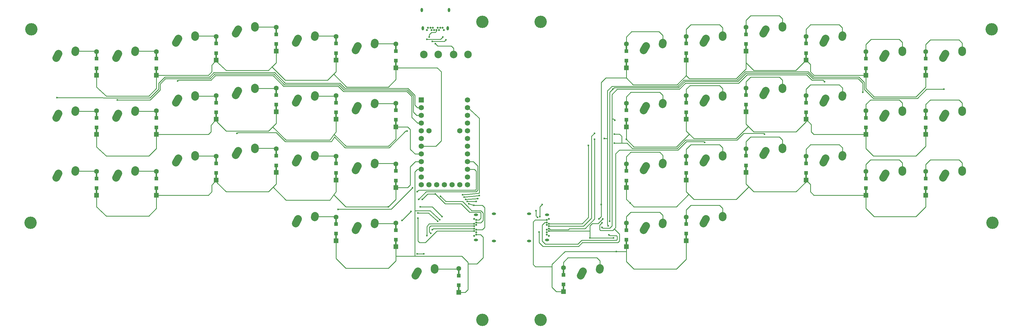
<source format=gbr>
G04 #@! TF.FileFunction,Copper,L2,Bot,Signal*
%FSLAX46Y46*%
G04 Gerber Fmt 4.6, Leading zero omitted, Abs format (unit mm)*
G04 Created by KiCad (PCBNEW 4.0.7) date Tue Mar  6 17:21:56 2018*
%MOMM*%
%LPD*%
G01*
G04 APERTURE LIST*
%ADD10C,0.100000*%
%ADD11C,2.500000*%
%ADD12R,1.200000X1.200000*%
%ADD13R,1.600000X1.600000*%
%ADD14C,1.600000*%
%ADD15R,0.500000X2.500000*%
%ADD16O,0.800000X1.400000*%
%ADD17C,0.650000*%
%ADD18O,1.400000X0.800000*%
%ADD19R,1.752600X1.752600*%
%ADD20C,1.752600*%
%ADD21C,4.064000*%
%ADD22C,2.500000*%
%ADD23C,0.600000*%
%ADD24C,0.250000*%
G04 APERTURE END LIST*
D10*
D11*
X183750453Y-155000046D02*
X182939547Y-156459954D01*
X189289724Y-153920672D02*
X189250276Y-154499328D01*
X65250453Y-122750046D02*
X64439547Y-124209954D01*
X70789724Y-121670672D02*
X70750276Y-122249328D01*
D12*
X77750000Y-84925000D03*
X77750000Y-88075000D03*
D13*
X77750000Y-90400000D03*
D14*
X77750000Y-82600000D03*
D15*
X77750000Y-89200000D03*
X77750000Y-83800000D03*
D12*
X97500000Y-84925000D03*
X97500000Y-88075000D03*
D13*
X97500000Y-90400000D03*
D14*
X97500000Y-82600000D03*
D15*
X97500000Y-89200000D03*
X97500000Y-83800000D03*
D12*
X117250000Y-79925000D03*
X117250000Y-83075000D03*
D13*
X117250000Y-85400000D03*
D14*
X117250000Y-77600000D03*
D15*
X117250000Y-84200000D03*
X117250000Y-78800000D03*
D12*
X137000000Y-76925000D03*
X137000000Y-80075000D03*
D13*
X137000000Y-82400000D03*
D14*
X137000000Y-74600000D03*
D15*
X137000000Y-81200000D03*
X137000000Y-75800000D03*
D12*
X156750000Y-79925000D03*
X156750000Y-83075000D03*
D13*
X156750000Y-85400000D03*
D14*
X156750000Y-77600000D03*
D15*
X156750000Y-84200000D03*
X156750000Y-78800000D03*
D12*
X176500000Y-82425000D03*
X176500000Y-85575000D03*
D13*
X176500000Y-87900000D03*
D14*
X176500000Y-80100000D03*
D15*
X176500000Y-86700000D03*
X176500000Y-81300000D03*
D12*
X77750000Y-104425000D03*
X77750000Y-107575000D03*
D13*
X77750000Y-109900000D03*
D14*
X77750000Y-102100000D03*
D15*
X77750000Y-108700000D03*
X77750000Y-103300000D03*
D12*
X97500000Y-104425000D03*
X97500000Y-107575000D03*
D13*
X97500000Y-109900000D03*
D14*
X97500000Y-102100000D03*
D15*
X97500000Y-108700000D03*
X97500000Y-103300000D03*
D12*
X117250000Y-99425000D03*
X117250000Y-102575000D03*
D13*
X117250000Y-104900000D03*
D14*
X117250000Y-97100000D03*
D15*
X117250000Y-103700000D03*
X117250000Y-98300000D03*
D12*
X137000000Y-96925000D03*
X137000000Y-100075000D03*
D13*
X137000000Y-102400000D03*
D14*
X137000000Y-94600000D03*
D15*
X137000000Y-101200000D03*
X137000000Y-95800000D03*
D12*
X156750000Y-99425000D03*
X156750000Y-102575000D03*
D13*
X156750000Y-104900000D03*
D14*
X156750000Y-97100000D03*
D15*
X156750000Y-103700000D03*
X156750000Y-98300000D03*
D12*
X176500000Y-101925000D03*
X176500000Y-105075000D03*
D13*
X176500000Y-107400000D03*
D14*
X176500000Y-99600000D03*
D15*
X176500000Y-106200000D03*
X176500000Y-100800000D03*
D12*
X77750000Y-124425000D03*
X77750000Y-127575000D03*
D13*
X77750000Y-129900000D03*
D14*
X77750000Y-122100000D03*
D15*
X77750000Y-128700000D03*
X77750000Y-123300000D03*
D12*
X97500000Y-124425000D03*
X97500000Y-127575000D03*
D13*
X97500000Y-129900000D03*
D14*
X97500000Y-122100000D03*
D15*
X97500000Y-128700000D03*
X97500000Y-123300000D03*
D12*
X117250000Y-119425000D03*
X117250000Y-122575000D03*
D13*
X117250000Y-124900000D03*
D14*
X117250000Y-117100000D03*
D15*
X117250000Y-123700000D03*
X117250000Y-118300000D03*
D12*
X137000000Y-116925000D03*
X137000000Y-120075000D03*
D13*
X137000000Y-122400000D03*
D14*
X137000000Y-114600000D03*
D15*
X137000000Y-121200000D03*
X137000000Y-115800000D03*
D12*
X156750000Y-119425000D03*
X156750000Y-122575000D03*
D13*
X156750000Y-124900000D03*
D14*
X156750000Y-117100000D03*
D15*
X156750000Y-123700000D03*
X156750000Y-118300000D03*
D12*
X176500000Y-121925000D03*
X176500000Y-125075000D03*
D13*
X176500000Y-127400000D03*
D14*
X176500000Y-119600000D03*
D15*
X176500000Y-126200000D03*
X176500000Y-120800000D03*
D12*
X156750000Y-139425000D03*
X156750000Y-142575000D03*
D13*
X156750000Y-144900000D03*
D14*
X156750000Y-137100000D03*
D15*
X156750000Y-143700000D03*
X156750000Y-138300000D03*
D12*
X176500000Y-141425000D03*
X176500000Y-144575000D03*
D13*
X176500000Y-146900000D03*
D14*
X176500000Y-139100000D03*
D15*
X176500000Y-145700000D03*
X176500000Y-140300000D03*
D12*
X197250000Y-156425000D03*
X197250000Y-159575000D03*
D13*
X197250000Y-161900000D03*
D14*
X197250000Y-154100000D03*
D15*
X197250000Y-160700000D03*
X197250000Y-155300000D03*
D16*
X193630000Y-74860000D03*
X185370000Y-74860000D03*
X185010000Y-68910000D03*
X193990000Y-68910000D03*
D17*
X186700000Y-75460000D03*
X188300000Y-75460000D03*
X189100000Y-75460000D03*
X189900000Y-75460000D03*
X190700000Y-75460000D03*
X192300000Y-75460000D03*
X187100000Y-74760000D03*
X187900000Y-74760000D03*
X188700000Y-74760000D03*
X190300000Y-74760000D03*
X191100000Y-74760000D03*
X191900000Y-74760000D03*
D18*
X202890000Y-144630000D03*
X202890000Y-136370000D03*
X208840000Y-136010000D03*
X208840000Y-144990000D03*
D17*
X202290000Y-137700000D03*
X202290000Y-139300000D03*
X202290000Y-140100000D03*
X202290000Y-140900000D03*
X202290000Y-141700000D03*
X202290000Y-143300000D03*
X202990000Y-138100000D03*
X202990000Y-138900000D03*
X202990000Y-139700000D03*
X202990000Y-141300000D03*
X202990000Y-142100000D03*
X202990000Y-142900000D03*
D11*
X65250453Y-83250046D02*
X64439547Y-84709954D01*
X70789724Y-82170672D02*
X70750276Y-82749328D01*
X85000453Y-83250046D02*
X84189547Y-84709954D01*
X90539724Y-82170672D02*
X90500276Y-82749328D01*
X104750453Y-78250046D02*
X103939547Y-79709954D01*
X110289724Y-77170672D02*
X110250276Y-77749328D01*
X124500453Y-75250046D02*
X123689547Y-76709954D01*
X130039724Y-74170672D02*
X130000276Y-74749328D01*
X144250453Y-78250046D02*
X143439547Y-79709954D01*
X149789724Y-77170672D02*
X149750276Y-77749328D01*
X164000453Y-80750046D02*
X163189547Y-82209954D01*
X169539724Y-79670672D02*
X169500276Y-80249328D01*
X65250453Y-103000046D02*
X64439547Y-104459954D01*
X70789724Y-101920672D02*
X70750276Y-102499328D01*
X85000453Y-103000046D02*
X84189547Y-104459954D01*
X90539724Y-101920672D02*
X90500276Y-102499328D01*
X104750453Y-98000046D02*
X103939547Y-99459954D01*
X110289724Y-96920672D02*
X110250276Y-97499328D01*
X124500453Y-95500046D02*
X123689547Y-96959954D01*
X130039724Y-94420672D02*
X130000276Y-94999328D01*
X144250453Y-98000046D02*
X143439547Y-99459954D01*
X149789724Y-96920672D02*
X149750276Y-97499328D01*
X164000453Y-100500046D02*
X163189547Y-101959954D01*
X169539724Y-99420672D02*
X169500276Y-99999328D01*
X85000453Y-122750046D02*
X84189547Y-124209954D01*
X90539724Y-121670672D02*
X90500276Y-122249328D01*
X104750453Y-117750046D02*
X103939547Y-119209954D01*
X110289724Y-116670672D02*
X110250276Y-117249328D01*
X124500453Y-115250046D02*
X123689547Y-116709954D01*
X130039724Y-114170672D02*
X130000276Y-114749328D01*
X144250453Y-117750046D02*
X143439547Y-119209954D01*
X149789724Y-116670672D02*
X149750276Y-117249328D01*
X164000453Y-120250046D02*
X163189547Y-121709954D01*
X169539724Y-119170672D02*
X169500276Y-119749328D01*
X144250453Y-137750046D02*
X143439547Y-139209954D01*
X149789724Y-136670672D02*
X149750276Y-137249328D01*
X164000453Y-140000046D02*
X163189547Y-141459954D01*
X169539724Y-138920672D02*
X169500276Y-139499328D01*
D19*
X184880000Y-98530000D03*
D20*
X184880000Y-101070000D03*
X184880000Y-103610000D03*
X184880000Y-106150000D03*
X184880000Y-108690000D03*
X184880000Y-111230000D03*
X184880000Y-113770000D03*
X184880000Y-116310000D03*
X184880000Y-118850000D03*
X184880000Y-121390000D03*
X184880000Y-123930000D03*
X184880000Y-126470000D03*
X187420000Y-126470000D03*
X189960000Y-126470000D03*
X192500000Y-126470000D03*
X195040000Y-126470000D03*
X197580000Y-126470000D03*
X200120000Y-126470000D03*
X200120000Y-123930000D03*
X200120000Y-121390000D03*
X200120000Y-118850000D03*
X200120000Y-116310000D03*
X200120000Y-113770000D03*
X200120000Y-111230000D03*
X200120000Y-108690000D03*
X200120000Y-106150000D03*
X200120000Y-103610000D03*
X200120000Y-101070000D03*
X200120000Y-98530000D03*
X197580000Y-108690000D03*
X187420000Y-108690000D03*
D12*
X252500000Y-82425000D03*
X252500000Y-85575000D03*
D13*
X252500000Y-87900000D03*
D14*
X252500000Y-80100000D03*
D15*
X252500000Y-86700000D03*
X252500000Y-81300000D03*
D12*
X272250000Y-79925000D03*
X272250000Y-83075000D03*
D13*
X272250000Y-85400000D03*
D14*
X272250000Y-77600000D03*
D15*
X272250000Y-84200000D03*
X272250000Y-78800000D03*
D12*
X292000000Y-76925000D03*
X292000000Y-80075000D03*
D13*
X292000000Y-82400000D03*
D14*
X292000000Y-74600000D03*
D15*
X292000000Y-81200000D03*
X292000000Y-75800000D03*
D12*
X311750000Y-79925000D03*
X311750000Y-83075000D03*
D13*
X311750000Y-85400000D03*
D14*
X311750000Y-77600000D03*
D15*
X311750000Y-84200000D03*
X311750000Y-78800000D03*
D12*
X331500000Y-84925000D03*
X331500000Y-88075000D03*
D13*
X331500000Y-90400000D03*
D14*
X331500000Y-82600000D03*
D15*
X331500000Y-89200000D03*
X331500000Y-83800000D03*
D12*
X351250000Y-84925000D03*
X351250000Y-88075000D03*
D13*
X351250000Y-90400000D03*
D14*
X351250000Y-82600000D03*
D15*
X351250000Y-89200000D03*
X351250000Y-83800000D03*
D12*
X252500000Y-101925000D03*
X252500000Y-105075000D03*
D13*
X252500000Y-107400000D03*
D14*
X252500000Y-99600000D03*
D15*
X252500000Y-106200000D03*
X252500000Y-100800000D03*
D12*
X272250000Y-99425000D03*
X272250000Y-102575000D03*
D13*
X272250000Y-104900000D03*
D14*
X272250000Y-97100000D03*
D15*
X272250000Y-103700000D03*
X272250000Y-98300000D03*
D12*
X292000000Y-96925000D03*
X292000000Y-100075000D03*
D13*
X292000000Y-102400000D03*
D14*
X292000000Y-94600000D03*
D15*
X292000000Y-101200000D03*
X292000000Y-95800000D03*
D12*
X311750000Y-99425000D03*
X311750000Y-102575000D03*
D13*
X311750000Y-104900000D03*
D14*
X311750000Y-97100000D03*
D15*
X311750000Y-103700000D03*
X311750000Y-98300000D03*
D12*
X331500000Y-104425000D03*
X331500000Y-107575000D03*
D13*
X331500000Y-109900000D03*
D14*
X331500000Y-102100000D03*
D15*
X331500000Y-108700000D03*
X331500000Y-103300000D03*
D12*
X351250000Y-104425000D03*
X351250000Y-107575000D03*
D13*
X351250000Y-109900000D03*
D14*
X351250000Y-102100000D03*
D15*
X351250000Y-108700000D03*
X351250000Y-103300000D03*
D12*
X252500000Y-121925000D03*
X252500000Y-125075000D03*
D13*
X252500000Y-127400000D03*
D14*
X252500000Y-119600000D03*
D15*
X252500000Y-126200000D03*
X252500000Y-120800000D03*
D12*
X272250000Y-119425000D03*
X272250000Y-122575000D03*
D13*
X272250000Y-124900000D03*
D14*
X272250000Y-117100000D03*
D15*
X272250000Y-123700000D03*
X272250000Y-118300000D03*
D12*
X292000000Y-116925000D03*
X292000000Y-120075000D03*
D13*
X292000000Y-122400000D03*
D14*
X292000000Y-114600000D03*
D15*
X292000000Y-121200000D03*
X292000000Y-115800000D03*
D12*
X311750000Y-119425000D03*
X311750000Y-122575000D03*
D13*
X311750000Y-124900000D03*
D14*
X311750000Y-117100000D03*
D15*
X311750000Y-123700000D03*
X311750000Y-118300000D03*
D12*
X331500000Y-124425000D03*
X331500000Y-127575000D03*
D13*
X331500000Y-129900000D03*
D14*
X331500000Y-122100000D03*
D15*
X331500000Y-128700000D03*
X331500000Y-123300000D03*
D12*
X351250000Y-124425000D03*
X351250000Y-127575000D03*
D13*
X351250000Y-129900000D03*
D14*
X351250000Y-122100000D03*
D15*
X351250000Y-128700000D03*
X351250000Y-123300000D03*
D12*
X252500000Y-141425000D03*
X252500000Y-144575000D03*
D13*
X252500000Y-146900000D03*
D14*
X252500000Y-139100000D03*
D15*
X252500000Y-145700000D03*
X252500000Y-140300000D03*
D12*
X272250000Y-139425000D03*
X272250000Y-142575000D03*
D13*
X272250000Y-144900000D03*
D14*
X272250000Y-137100000D03*
D15*
X272250000Y-143700000D03*
X272250000Y-138300000D03*
D12*
X231750000Y-156175000D03*
X231750000Y-159325000D03*
D13*
X231750000Y-161650000D03*
D14*
X231750000Y-153850000D03*
D15*
X231750000Y-160450000D03*
X231750000Y-155050000D03*
D18*
X226360000Y-136370000D03*
X226360000Y-144630000D03*
X220410000Y-144990000D03*
X220410000Y-136010000D03*
D17*
X226960000Y-143300000D03*
X226960000Y-141700000D03*
X226960000Y-140900000D03*
X226960000Y-140100000D03*
X226960000Y-139300000D03*
X226960000Y-137700000D03*
X226260000Y-142900000D03*
X226260000Y-142100000D03*
X226260000Y-141300000D03*
X226260000Y-139700000D03*
X226260000Y-138900000D03*
X226260000Y-138100000D03*
D11*
X259000453Y-80750046D02*
X258189547Y-82209954D01*
X264539724Y-79670672D02*
X264500276Y-80249328D01*
X278750453Y-78250046D02*
X277939547Y-79709954D01*
X284289724Y-77170672D02*
X284250276Y-77749328D01*
X298500453Y-75250046D02*
X297689547Y-76709954D01*
X304039724Y-74170672D02*
X304000276Y-74749328D01*
X318250453Y-78250046D02*
X317439547Y-79709954D01*
X323789724Y-77170672D02*
X323750276Y-77749328D01*
X338000453Y-83250046D02*
X337189547Y-84709954D01*
X343539724Y-82170672D02*
X343500276Y-82749328D01*
X357750453Y-83250046D02*
X356939547Y-84709954D01*
X363289724Y-82170672D02*
X363250276Y-82749328D01*
X259000453Y-100500046D02*
X258189547Y-101959954D01*
X264539724Y-99420672D02*
X264500276Y-99999328D01*
X278750453Y-98000046D02*
X277939547Y-99459954D01*
X284289724Y-96920672D02*
X284250276Y-97499328D01*
X298500453Y-95500046D02*
X297689547Y-96959954D01*
X304039724Y-94420672D02*
X304000276Y-94999328D01*
X318250453Y-98000046D02*
X317439547Y-99459954D01*
X323789724Y-96920672D02*
X323750276Y-97499328D01*
X338000453Y-103000046D02*
X337189547Y-104459954D01*
X343539724Y-101920672D02*
X343500276Y-102499328D01*
X357750453Y-103000046D02*
X356939547Y-104459954D01*
X363289724Y-101920672D02*
X363250276Y-102499328D01*
X259000453Y-120250046D02*
X258189547Y-121709954D01*
X264539724Y-119170672D02*
X264500276Y-119749328D01*
X278750453Y-117750046D02*
X277939547Y-119209954D01*
X284289724Y-116670672D02*
X284250276Y-117249328D01*
X298500453Y-115250046D02*
X297689547Y-116709954D01*
X304039724Y-114170672D02*
X304000276Y-114749328D01*
X318250453Y-117750046D02*
X317439547Y-119209954D01*
X323789724Y-116670672D02*
X323750276Y-117249328D01*
X338000453Y-122750046D02*
X337189547Y-124209954D01*
X343539724Y-121670672D02*
X343500276Y-122249328D01*
X357750453Y-122750046D02*
X356939547Y-124209954D01*
X363289724Y-121670672D02*
X363250276Y-122249328D01*
X259000453Y-140000046D02*
X258189547Y-141459954D01*
X264539724Y-138920672D02*
X264500276Y-139499328D01*
X278750453Y-137750046D02*
X277939547Y-139209954D01*
X284289724Y-136670672D02*
X284250276Y-137249328D01*
X238250453Y-155000046D02*
X237439547Y-156459954D01*
X243789724Y-153920672D02*
X243750276Y-154499328D01*
D21*
X56000000Y-139000000D03*
X224250000Y-171000000D03*
X205000000Y-171000000D03*
X205000000Y-72750000D03*
X56250000Y-75250000D03*
X224250000Y-72750000D03*
X373000000Y-75250000D03*
X373250000Y-139000000D03*
D22*
X185750000Y-83500000D03*
X190500000Y-83500000D03*
X195500000Y-83500000D03*
X200250000Y-83500000D03*
D23*
X243500000Y-137750000D03*
X222750000Y-135000000D03*
X223250000Y-137250000D03*
X244250000Y-133000000D03*
X191250000Y-130250000D03*
X185250000Y-131250000D03*
X252500000Y-111500000D03*
X189500000Y-129500000D03*
X246750000Y-143000000D03*
X190250000Y-138500000D03*
X183750000Y-135750000D03*
X181500000Y-135250000D03*
X178500000Y-138250000D03*
X183500000Y-149250000D03*
X185750000Y-149250000D03*
X253750000Y-132500000D03*
X174000000Y-133750000D03*
X249250000Y-148500000D03*
X191000000Y-138000000D03*
X244750000Y-137750000D03*
X248250000Y-144000000D03*
X240500000Y-144000000D03*
X186750000Y-143250000D03*
X198500000Y-129750000D03*
X244500000Y-139000000D03*
X223750000Y-142000000D03*
X278345000Y-112500000D03*
X199000000Y-130500000D03*
X204000000Y-130000000D03*
X242000000Y-111500000D03*
X248500000Y-109750000D03*
X188000000Y-142500000D03*
X298095000Y-109750000D03*
X248500000Y-112750000D03*
X199500000Y-131250000D03*
X203500000Y-131000000D03*
X242000000Y-109500000D03*
X244500000Y-140500000D03*
X248750000Y-105250000D03*
X317845000Y-92500000D03*
X188500000Y-141250000D03*
X200000000Y-132000000D03*
X203000000Y-132000000D03*
X246500000Y-140000000D03*
X357250000Y-95000000D03*
X245250000Y-111250000D03*
X240000000Y-113500000D03*
X183750000Y-137500000D03*
X184500000Y-133750000D03*
X191750000Y-137000000D03*
X247000000Y-138500000D03*
X248000000Y-95000000D03*
X224000000Y-137000000D03*
X224750000Y-133000000D03*
X200500000Y-132750000D03*
X202250000Y-133250000D03*
X330500000Y-96000000D03*
X64750000Y-97750000D03*
X84595000Y-98500000D03*
X104500000Y-92250000D03*
X124095000Y-109500000D03*
X180250000Y-108750000D03*
X182000000Y-127500000D03*
X183500000Y-128750000D03*
X157432500Y-134567500D03*
X184000000Y-131250000D03*
X186750000Y-78500000D03*
X192000000Y-77750000D03*
X193000000Y-78750000D03*
X188500000Y-79250000D03*
X187500000Y-77750000D03*
X189500000Y-80000000D03*
D24*
X70770000Y-82460000D02*
X77610000Y-82460000D01*
X77610000Y-82460000D02*
X77750000Y-82600000D01*
X243500000Y-137750000D02*
X244250000Y-137000000D01*
X244250000Y-137000000D02*
X244250000Y-133000000D01*
X222750000Y-136750000D02*
X222750000Y-135000000D01*
X223250000Y-137250000D02*
X222750000Y-136750000D01*
X205250000Y-138250000D02*
X204500000Y-139000000D01*
X201500000Y-135000000D02*
X204500000Y-135000000D01*
X204500000Y-135000000D02*
X205250000Y-135750000D01*
X205250000Y-135750000D02*
X205250000Y-138250000D01*
X198500000Y-132000000D02*
X200250000Y-133750000D01*
X193000000Y-132000000D02*
X198500000Y-132000000D01*
X191250000Y-130250000D02*
X193000000Y-132000000D01*
X200250000Y-133750000D02*
X201500000Y-135000000D01*
X204500000Y-139000000D02*
X203090000Y-139000000D01*
X203090000Y-139000000D02*
X202990000Y-138900000D01*
X292000000Y-86250000D02*
X292000000Y-88250000D01*
X273250000Y-91500000D02*
X272250000Y-90500000D01*
X288750000Y-91500000D02*
X273250000Y-91500000D01*
X292000000Y-88250000D02*
X288750000Y-91500000D01*
X245750000Y-91250000D02*
X252500000Y-91250000D01*
X244250000Y-92750000D02*
X245750000Y-91250000D01*
X244250000Y-133000000D02*
X244250000Y-92750000D01*
X269000000Y-93500000D02*
X269250000Y-93500000D01*
X269250000Y-93500000D02*
X272250000Y-90500000D01*
X252500000Y-91250000D02*
X254750000Y-93500000D01*
X254750000Y-93500000D02*
X269000000Y-93500000D01*
X252500000Y-87900000D02*
X252500000Y-91250000D01*
X272250000Y-89000000D02*
X272250000Y-90500000D01*
X272250000Y-85400000D02*
X272250000Y-89000000D01*
X294500000Y-88750000D02*
X308400000Y-88750000D01*
X292000000Y-86250000D02*
X293000000Y-87250000D01*
X293000000Y-87250000D02*
X294500000Y-88750000D01*
X292000000Y-82400000D02*
X292000000Y-86250000D01*
X308400000Y-88750000D02*
X311750000Y-85400000D01*
X331500000Y-90400000D02*
X314350000Y-90400000D01*
X313200000Y-86850000D02*
X311750000Y-85400000D01*
X313200000Y-89250000D02*
X313200000Y-89000000D01*
X313200000Y-89000000D02*
X313200000Y-88750000D01*
X313200000Y-88750000D02*
X313200000Y-86850000D01*
X314350000Y-90400000D02*
X313200000Y-89250000D01*
X351250000Y-90400000D02*
X351250000Y-94250000D01*
X331500000Y-94750000D02*
X331500000Y-90400000D01*
X334250000Y-97500000D02*
X331500000Y-94750000D01*
X348000000Y-97500000D02*
X334250000Y-97500000D01*
X351250000Y-94250000D02*
X348000000Y-97500000D01*
X176500000Y-87900000D02*
X190150000Y-87900000D01*
X189730000Y-113770000D02*
X184880000Y-113770000D01*
X191500000Y-112000000D02*
X189730000Y-113770000D01*
X191500000Y-89250000D02*
X191500000Y-112000000D01*
X190150000Y-87900000D02*
X191500000Y-89250000D01*
X77750000Y-90400000D02*
X77750000Y-94250000D01*
X97500000Y-94750000D02*
X97500000Y-90400000D01*
X95000000Y-97250000D02*
X97500000Y-94750000D01*
X81000000Y-97250000D02*
X95000000Y-97250000D01*
X77750000Y-94250000D02*
X81000000Y-97250000D01*
X117250000Y-85750000D02*
X117250000Y-85400000D01*
X120500000Y-88750000D02*
X117250000Y-85750000D01*
X134500000Y-88750000D02*
X120500000Y-88750000D01*
X135625000Y-87625000D02*
X134500000Y-88750000D01*
X156000000Y-90000000D02*
X154000000Y-92000000D01*
X135625000Y-87625000D02*
X135750000Y-87500000D01*
X140000000Y-92000000D02*
X135625000Y-87625000D01*
X154000000Y-92000000D02*
X140000000Y-92000000D01*
X176500000Y-87900000D02*
X176500000Y-91750000D01*
X160250000Y-94250000D02*
X156000000Y-90000000D01*
X174000000Y-94250000D02*
X160250000Y-94250000D01*
X176500000Y-91750000D02*
X174000000Y-94250000D01*
X156750000Y-85400000D02*
X156750000Y-89250000D01*
X156750000Y-89250000D02*
X156000000Y-90000000D01*
X137000000Y-82400000D02*
X137000000Y-86250000D01*
X137000000Y-86250000D02*
X135750000Y-87500000D01*
X97500000Y-90400000D02*
X114650000Y-90400000D01*
X115800000Y-87100000D02*
X117250000Y-85400000D01*
X115800000Y-89250000D02*
X115800000Y-87100000D01*
X114650000Y-90400000D02*
X115800000Y-89250000D01*
X90520000Y-82460000D02*
X97360000Y-82460000D01*
X97360000Y-82460000D02*
X97500000Y-82600000D01*
X110270000Y-77460000D02*
X117110000Y-77460000D01*
X117110000Y-77460000D02*
X117250000Y-77600000D01*
X130020000Y-74460000D02*
X136860000Y-74460000D01*
X136860000Y-74460000D02*
X137000000Y-74600000D01*
X149770000Y-77460000D02*
X156610000Y-77460000D01*
X156610000Y-77460000D02*
X156750000Y-77600000D01*
X169520000Y-79960000D02*
X176360000Y-79960000D01*
X176360000Y-79960000D02*
X176500000Y-80100000D01*
X70770000Y-102210000D02*
X77640000Y-102210000D01*
X77640000Y-102210000D02*
X77750000Y-102100000D01*
X185250000Y-131250000D02*
X187000000Y-129500000D01*
X187000000Y-129500000D02*
X189500000Y-129500000D01*
X204500000Y-135750000D02*
X204500000Y-137500000D01*
X189500000Y-129500000D02*
X192750000Y-132750000D01*
X198000000Y-132750000D02*
X192750000Y-132750000D01*
X199500000Y-134250000D02*
X198000000Y-132750000D01*
X204250000Y-135500000D02*
X204500000Y-135750000D01*
X200750000Y-135500000D02*
X204250000Y-135500000D01*
X199500000Y-134250000D02*
X200750000Y-135500000D01*
X203900000Y-138100000D02*
X202990000Y-138100000D01*
X204500000Y-137500000D02*
X203900000Y-138100000D01*
X252500000Y-107400000D02*
X252500000Y-111500000D01*
X269000000Y-114000000D02*
X273250000Y-109750000D01*
X255000000Y-114000000D02*
X269000000Y-114000000D01*
X252500000Y-111500000D02*
X255000000Y-114000000D01*
X272250000Y-104900000D02*
X272250000Y-108750000D01*
X288750000Y-111250000D02*
X292750000Y-107250000D01*
X274750000Y-111250000D02*
X288750000Y-111250000D01*
X272250000Y-108750000D02*
X273250000Y-109750000D01*
X273250000Y-109750000D02*
X274750000Y-111250000D01*
X292000000Y-102400000D02*
X292000000Y-106500000D01*
X311750000Y-105750000D02*
X311750000Y-104900000D01*
X308500000Y-109000000D02*
X311750000Y-105750000D01*
X294500000Y-109000000D02*
X308500000Y-109000000D01*
X292000000Y-106500000D02*
X292750000Y-107250000D01*
X292750000Y-107250000D02*
X294500000Y-109000000D01*
X331500000Y-109900000D02*
X314350000Y-109900000D01*
X313500000Y-106650000D02*
X311750000Y-104900000D01*
X313500000Y-109050000D02*
X313500000Y-106650000D01*
X314350000Y-109900000D02*
X313500000Y-109050000D01*
X351250000Y-109900000D02*
X351250000Y-113750000D01*
X331500000Y-114500000D02*
X331500000Y-109900000D01*
X334000000Y-117000000D02*
X331500000Y-114500000D01*
X348000000Y-117000000D02*
X334000000Y-117000000D01*
X351250000Y-113750000D02*
X348000000Y-117000000D01*
X176500000Y-107400000D02*
X176500000Y-111363602D01*
X160049998Y-113799998D02*
X156125000Y-109875000D01*
X174063604Y-113799998D02*
X160049998Y-113799998D01*
X176500000Y-111363602D02*
X174063604Y-113799998D01*
X156750000Y-104900000D02*
X156750000Y-109000000D01*
X156750000Y-109000000D02*
X156125000Y-109875000D01*
X135875000Y-107375000D02*
X135750000Y-107500000D01*
X156125000Y-109875000D02*
X154750000Y-111750000D01*
X154750000Y-111750000D02*
X140250000Y-111750000D01*
X140250000Y-111750000D02*
X135875000Y-107375000D01*
X176500000Y-107400000D02*
X180400000Y-107400000D01*
X182810000Y-116310000D02*
X184880000Y-116310000D01*
X181250000Y-114750000D02*
X181500000Y-115000000D01*
X181500000Y-115000000D02*
X182810000Y-116310000D01*
X181250000Y-108250000D02*
X181250000Y-114750000D01*
X180400000Y-107400000D02*
X181250000Y-108250000D01*
X137000000Y-102400000D02*
X137000000Y-106250000D01*
X117500000Y-105750000D02*
X117250000Y-104900000D01*
X120500000Y-108750000D02*
X117500000Y-105750000D01*
X134500000Y-108750000D02*
X120500000Y-108750000D01*
X137000000Y-106250000D02*
X135750000Y-107500000D01*
X135750000Y-107500000D02*
X134500000Y-108750000D01*
X97500000Y-109900000D02*
X114650000Y-109900000D01*
X115500000Y-106900000D02*
X117250000Y-104900000D01*
X115500000Y-109050000D02*
X115500000Y-106900000D01*
X114650000Y-109900000D02*
X115500000Y-109050000D01*
X77750000Y-109900000D02*
X77750000Y-114000000D01*
X97500000Y-114500000D02*
X97500000Y-109900000D01*
X95000000Y-117000000D02*
X97500000Y-114500000D01*
X81000000Y-117000000D02*
X95000000Y-117000000D01*
X77750000Y-114000000D02*
X81000000Y-117000000D01*
X90520000Y-102210000D02*
X97390000Y-102210000D01*
X97390000Y-102210000D02*
X97500000Y-102100000D01*
X110270000Y-97210000D02*
X117140000Y-97210000D01*
X117140000Y-97210000D02*
X117250000Y-97100000D01*
X130020000Y-94710000D02*
X136890000Y-94710000D01*
X136890000Y-94710000D02*
X137000000Y-94600000D01*
X149770000Y-97210000D02*
X156640000Y-97210000D01*
X156640000Y-97210000D02*
X156750000Y-97100000D01*
X169520000Y-99710000D02*
X176390000Y-99710000D01*
X176390000Y-99710000D02*
X176500000Y-99600000D01*
X70770000Y-121960000D02*
X77610000Y-121960000D01*
X77610000Y-121960000D02*
X77750000Y-122100000D01*
X225600000Y-138900000D02*
X226260000Y-138900000D01*
X224750000Y-139750000D02*
X225600000Y-138900000D01*
X224750000Y-145000000D02*
X224750000Y-139750000D01*
X225750000Y-146000000D02*
X224750000Y-145000000D01*
X230250000Y-146000000D02*
X225750000Y-146000000D01*
X237750000Y-144750000D02*
X236500000Y-146000000D01*
X236500000Y-146000000D02*
X230250000Y-146000000D01*
X249250000Y-144750000D02*
X239750000Y-144750000D01*
X249500000Y-144500000D02*
X249250000Y-144750000D01*
X249500000Y-143500000D02*
X249500000Y-144500000D01*
X249250000Y-143250000D02*
X249500000Y-143500000D01*
X247000000Y-143250000D02*
X249250000Y-143250000D01*
X246750000Y-143000000D02*
X247000000Y-143250000D01*
X239750000Y-144750000D02*
X237750000Y-144750000D01*
X190250000Y-138500000D02*
X187250000Y-135750000D01*
X187250000Y-135750000D02*
X183750000Y-135750000D01*
X181500000Y-135250000D02*
X178500000Y-138250000D01*
X185750000Y-149250000D02*
X183500000Y-149250000D01*
X252500000Y-127400000D02*
X252500000Y-131250000D01*
X273125000Y-129625000D02*
X273000000Y-129500000D01*
X269000000Y-133750000D02*
X273125000Y-129625000D01*
X255000000Y-133750000D02*
X269000000Y-133750000D01*
X252500000Y-131250000D02*
X253750000Y-132500000D01*
X253750000Y-132500000D02*
X255000000Y-133750000D01*
X272250000Y-124900000D02*
X272250000Y-128750000D01*
X292875000Y-127125000D02*
X293000000Y-127250000D01*
X288750000Y-131250000D02*
X292875000Y-127125000D01*
X274750000Y-131250000D02*
X288750000Y-131250000D01*
X272250000Y-128750000D02*
X273000000Y-129500000D01*
X273000000Y-129500000D02*
X274750000Y-131250000D01*
X292000000Y-122400000D02*
X292000000Y-126250000D01*
X308500000Y-128750000D02*
X311750000Y-125500000D01*
X294500000Y-128750000D02*
X308500000Y-128750000D01*
X292000000Y-126250000D02*
X293000000Y-127250000D01*
X293000000Y-127250000D02*
X294500000Y-128750000D01*
X311750000Y-125500000D02*
X311750000Y-124900000D01*
X331500000Y-129900000D02*
X314350000Y-129900000D01*
X313200000Y-126350000D02*
X311750000Y-124900000D01*
X313200000Y-128750000D02*
X313200000Y-126350000D01*
X314350000Y-129900000D02*
X313200000Y-128750000D01*
X351250000Y-129900000D02*
X351250000Y-133750000D01*
X331500000Y-134250000D02*
X331500000Y-129900000D01*
X334250000Y-137000000D02*
X331500000Y-134250000D01*
X348000000Y-137000000D02*
X334250000Y-137000000D01*
X351250000Y-133750000D02*
X348000000Y-137000000D01*
X174000000Y-133750000D02*
X176500000Y-131250000D01*
X176500000Y-131250000D02*
X176500000Y-130750000D01*
X176500000Y-130750000D02*
X176500000Y-127400000D01*
X176500000Y-127400000D02*
X180400000Y-127400000D01*
X180400000Y-127400000D02*
X181250000Y-126550000D01*
X181250000Y-126550000D02*
X181250000Y-120500000D01*
X181250000Y-120500000D02*
X182900000Y-118850000D01*
X182900000Y-118850000D02*
X184880000Y-118850000D01*
X160000000Y-133750000D02*
X156000000Y-129750000D01*
X174000000Y-133750000D02*
X160000000Y-133750000D01*
X156750000Y-124900000D02*
X156750000Y-128750000D01*
X140250000Y-131500000D02*
X136000000Y-127250000D01*
X154750000Y-131500000D02*
X140250000Y-131500000D01*
X156750000Y-128750000D02*
X156000000Y-129750000D01*
X156000000Y-129750000D02*
X154750000Y-131500000D01*
X137000000Y-122400000D02*
X137000000Y-126250000D01*
X117500000Y-125750000D02*
X117250000Y-124900000D01*
X120500000Y-128750000D02*
X117500000Y-125750000D01*
X134500000Y-128750000D02*
X120500000Y-128750000D01*
X137000000Y-126250000D02*
X136000000Y-127250000D01*
X136000000Y-127250000D02*
X134500000Y-128750000D01*
X97500000Y-129900000D02*
X114650000Y-129900000D01*
X115800000Y-126600000D02*
X117250000Y-124900000D01*
X115800000Y-128750000D02*
X115800000Y-126600000D01*
X114650000Y-129900000D02*
X115800000Y-128750000D01*
X77750000Y-129900000D02*
X77750000Y-133750000D01*
X97500000Y-134250000D02*
X97500000Y-129900000D01*
X95000000Y-136750000D02*
X97500000Y-134250000D01*
X81000000Y-136750000D02*
X95000000Y-136750000D01*
X77750000Y-133750000D02*
X81000000Y-136750000D01*
X90520000Y-121960000D02*
X97360000Y-121960000D01*
X97360000Y-121960000D02*
X97500000Y-122100000D01*
X110270000Y-116960000D02*
X117110000Y-116960000D01*
X117110000Y-116960000D02*
X117250000Y-117100000D01*
X130020000Y-114460000D02*
X136860000Y-114460000D01*
X136860000Y-114460000D02*
X137000000Y-114600000D01*
X149770000Y-116960000D02*
X156610000Y-116960000D01*
X156610000Y-116960000D02*
X156750000Y-117100000D01*
X169520000Y-119460000D02*
X176360000Y-119460000D01*
X176360000Y-119460000D02*
X176500000Y-119600000D01*
X149770000Y-136960000D02*
X156610000Y-136960000D01*
X156610000Y-136960000D02*
X156750000Y-137100000D01*
X224000000Y-153500000D02*
X222500000Y-153500000D01*
X228000000Y-153500000D02*
X226250000Y-153500000D01*
X226250000Y-153500000D02*
X224000000Y-153500000D01*
X222400000Y-138100000D02*
X226260000Y-138100000D01*
X221750000Y-138750000D02*
X222400000Y-138100000D01*
X221750000Y-152750000D02*
X221750000Y-138750000D01*
X222500000Y-153500000D02*
X221750000Y-152750000D01*
X191000000Y-138000000D02*
X187750000Y-135000000D01*
X187750000Y-135000000D02*
X182750000Y-135000000D01*
X200250000Y-152500000D02*
X203250000Y-152500000D01*
X204400000Y-142900000D02*
X202990000Y-142900000D01*
X205250000Y-143750000D02*
X204400000Y-142900000D01*
X205250000Y-150500000D02*
X205250000Y-143750000D01*
X203250000Y-152500000D02*
X205250000Y-150500000D01*
X231750000Y-161650000D02*
X229400000Y-161650000D01*
X232250000Y-148500000D02*
X249250000Y-148500000D01*
X249250000Y-148500000D02*
X252500000Y-148500000D01*
X228000000Y-152750000D02*
X232250000Y-148500000D01*
X228000000Y-160250000D02*
X228000000Y-153500000D01*
X228000000Y-153500000D02*
X228000000Y-152750000D01*
X229400000Y-161650000D02*
X228000000Y-160250000D01*
X272250000Y-144900000D02*
X272250000Y-151000000D01*
X252500000Y-151750000D02*
X252500000Y-148500000D01*
X252500000Y-148500000D02*
X252500000Y-146900000D01*
X255000000Y-154250000D02*
X252500000Y-151750000D01*
X269000000Y-154250000D02*
X255000000Y-154250000D01*
X272250000Y-151000000D02*
X269000000Y-154250000D01*
X184880000Y-121390000D02*
X183610000Y-121390000D01*
X182750000Y-122250000D02*
X182750000Y-135000000D01*
X182750000Y-135000000D02*
X182750000Y-137000000D01*
X182750000Y-137000000D02*
X182750000Y-150000000D01*
X183610000Y-121390000D02*
X182750000Y-122250000D01*
X197250000Y-161900000D02*
X199350000Y-161900000D01*
X198250000Y-150000000D02*
X182750000Y-150000000D01*
X182750000Y-150000000D02*
X176500000Y-150000000D01*
X200250000Y-152000000D02*
X198250000Y-150000000D01*
X200250000Y-161000000D02*
X200250000Y-153000000D01*
X200250000Y-153000000D02*
X200250000Y-152500000D01*
X200250000Y-152500000D02*
X200250000Y-152000000D01*
X199350000Y-161900000D02*
X200250000Y-161000000D01*
X160000000Y-154000000D02*
X174000000Y-154000000D01*
X156750000Y-150750000D02*
X160000000Y-154000000D01*
X156750000Y-144900000D02*
X156750000Y-150750000D01*
X176500000Y-151500000D02*
X176500000Y-150000000D01*
X176500000Y-150000000D02*
X176500000Y-146900000D01*
X174000000Y-154000000D02*
X176500000Y-151500000D01*
X169520000Y-139210000D02*
X176390000Y-139210000D01*
X176390000Y-139210000D02*
X176500000Y-139100000D01*
X189270000Y-154210000D02*
X197140000Y-154210000D01*
X197140000Y-154210000D02*
X197250000Y-154100000D01*
X226960000Y-141700000D02*
X233950000Y-141700000D01*
X244750000Y-137750000D02*
X243250000Y-139250000D01*
X243250000Y-139250000D02*
X241250000Y-139250000D01*
X241250000Y-139250000D02*
X240500000Y-140000000D01*
X240500000Y-140000000D02*
X240500000Y-141750000D01*
X195250000Y-139300000D02*
X202290000Y-139300000D01*
X233710000Y-141700000D02*
X233950000Y-141700000D01*
X233950000Y-141700000D02*
X240500000Y-141700000D01*
X240500000Y-141700000D02*
X240500000Y-141750000D01*
X240500000Y-141750000D02*
X240500000Y-144000000D01*
X248250000Y-144000000D02*
X240500000Y-144000000D01*
X186750000Y-143250000D02*
X186750000Y-140250000D01*
X186750000Y-140250000D02*
X187450000Y-139300000D01*
X190500000Y-139300000D02*
X187450000Y-139300000D01*
X195290000Y-139300000D02*
X195250000Y-139300000D01*
X195250000Y-139300000D02*
X190500000Y-139300000D01*
X190500000Y-139300000D02*
X190450000Y-139300000D01*
X204000000Y-104500000D02*
X200320000Y-101070000D01*
X204000000Y-104500000D02*
X204000000Y-126250000D01*
X204000000Y-126250000D02*
X204000000Y-129250000D01*
X204000000Y-129250000D02*
X198500000Y-129750000D01*
X200120000Y-101070000D02*
X200320000Y-101070000D01*
X244500000Y-139000000D02*
X243750000Y-139750000D01*
X243750000Y-139750000D02*
X243750000Y-141250000D01*
X243750000Y-141250000D02*
X244000000Y-141500000D01*
X244000000Y-141500000D02*
X248000000Y-141500000D01*
X248000000Y-141500000D02*
X248500000Y-141000000D01*
X223750000Y-145500000D02*
X223750000Y-142000000D01*
X225000000Y-146750000D02*
X223750000Y-145500000D01*
X228750000Y-146750000D02*
X225000000Y-146750000D01*
X250250000Y-142750000D02*
X250250000Y-145000000D01*
X250250000Y-145000000D02*
X249750000Y-145500000D01*
X249750000Y-145500000D02*
X238000000Y-145500000D01*
X238000000Y-145500000D02*
X236750000Y-146750000D01*
X236750000Y-146750000D02*
X228750000Y-146750000D01*
X248500000Y-141000000D02*
X250250000Y-142750000D01*
X249000000Y-135250000D02*
X249000000Y-116250000D01*
X248500000Y-141000000D02*
X249000000Y-140500000D01*
X249000000Y-140500000D02*
X249000000Y-135250000D01*
X250250000Y-115000000D02*
X254000000Y-115000000D01*
X249000000Y-116250000D02*
X250250000Y-115000000D01*
X278045002Y-112200002D02*
X278345000Y-112500000D01*
X278045002Y-112200002D02*
X272299998Y-112200002D01*
X272299998Y-112200002D02*
X269500000Y-115000000D01*
X269500000Y-115000000D02*
X254000000Y-115000000D01*
X204000000Y-130000000D02*
X199000000Y-130500000D01*
X199000000Y-130500000D02*
X199000000Y-130500000D01*
X227500000Y-141250000D02*
X233360000Y-141250000D01*
X238850000Y-140900000D02*
X242000000Y-137750000D01*
X242000000Y-137750000D02*
X242000000Y-111500000D01*
X251000000Y-112750000D02*
X251000000Y-110500000D01*
X250250000Y-109750000D02*
X248500000Y-109750000D01*
X251000000Y-110500000D02*
X250250000Y-109750000D01*
X233710000Y-140900000D02*
X238850000Y-140900000D01*
X227500000Y-141250000D02*
X227150000Y-140900000D01*
X233360000Y-141250000D02*
X233710000Y-140900000D01*
X226960000Y-140900000D02*
X227150000Y-140900000D01*
X202190000Y-140000000D02*
X192249998Y-140000000D01*
X192249998Y-140000000D02*
X188000000Y-140000000D01*
X187500000Y-142000000D02*
X187500000Y-140500000D01*
X187500000Y-140500000D02*
X188000000Y-140000000D01*
X187500000Y-142000000D02*
X188000000Y-142500000D01*
X202190000Y-140000000D02*
X202290000Y-140100000D01*
X297845000Y-109500000D02*
X298095000Y-109750000D01*
X297845000Y-109500000D02*
X291250000Y-109500000D01*
X291250000Y-109500000D02*
X289000000Y-111750000D01*
X289000000Y-111750000D02*
X272000000Y-111750000D01*
X272000000Y-111750000D02*
X269250000Y-114500000D01*
X269250000Y-114500000D02*
X254500000Y-114500000D01*
X254500000Y-114500000D02*
X252750000Y-112750000D01*
X248500000Y-112750000D02*
X251000000Y-112750000D01*
X251000000Y-112750000D02*
X252750000Y-112750000D01*
X203500000Y-131000000D02*
X199500000Y-131250000D01*
X199500000Y-131250000D02*
X199500000Y-131250000D01*
X226960000Y-140100000D02*
X233710000Y-140100000D01*
X241000000Y-137250000D02*
X241000000Y-110500000D01*
X241000000Y-110500000D02*
X242000000Y-109500000D01*
X233710000Y-140100000D02*
X238000000Y-140100000D01*
X238000000Y-140100000D02*
X238150000Y-140100000D01*
X238400000Y-140100000D02*
X241000000Y-137500000D01*
X241000000Y-137500000D02*
X241000000Y-137250000D01*
X238150000Y-140100000D02*
X238400000Y-140100000D01*
X247750000Y-140000000D02*
X247750000Y-104750000D01*
X244500000Y-140500000D02*
X244750000Y-140750000D01*
X244750000Y-140750000D02*
X246750000Y-140750000D01*
X247000000Y-140750000D02*
X247750000Y-140000000D01*
X246750000Y-140750000D02*
X247000000Y-140750000D01*
X195250000Y-140900000D02*
X202290000Y-140900000D01*
X248250000Y-104750000D02*
X248750000Y-105250000D01*
X248250000Y-104750000D02*
X247750000Y-104750000D01*
X317345000Y-92000000D02*
X317845000Y-92500000D01*
X317345000Y-92000000D02*
X313750000Y-92000000D01*
X313750000Y-92000000D02*
X311950002Y-90200002D01*
X311950002Y-90200002D02*
X292299998Y-90200002D01*
X292299998Y-90200002D02*
X289500000Y-93000000D01*
X289500000Y-93000000D02*
X272000000Y-93000000D01*
X272000000Y-93000000D02*
X270000000Y-95000000D01*
X270000000Y-95000000D02*
X249500000Y-95000000D01*
X247750000Y-96750000D02*
X249500000Y-95000000D01*
X247750000Y-104750000D02*
X247750000Y-96750000D01*
X195290000Y-140900000D02*
X195250000Y-140900000D01*
X195250000Y-140900000D02*
X188850000Y-140900000D01*
X188850000Y-140900000D02*
X188500000Y-141250000D01*
X200000000Y-132000000D02*
X200000000Y-132000000D01*
X200000000Y-132000000D02*
X200000000Y-132000000D01*
X203000000Y-132000000D02*
X200000000Y-132000000D01*
X233750000Y-139300000D02*
X226960000Y-139300000D01*
X246250000Y-139500000D02*
X246250000Y-111250000D01*
X246500000Y-140000000D02*
X246250000Y-139500000D01*
X195250000Y-141700000D02*
X202290000Y-141700000D01*
X249000000Y-94000000D02*
X247750000Y-94000000D01*
X269500000Y-94000000D02*
X271500000Y-92000000D01*
X271500000Y-92000000D02*
X289000000Y-92000000D01*
X289000000Y-92000000D02*
X291750000Y-89250000D01*
X291750000Y-89250000D02*
X312500000Y-89250000D01*
X312500000Y-89250000D02*
X314250000Y-91000000D01*
X314250000Y-91000000D02*
X329250000Y-91000000D01*
X329250000Y-91000000D02*
X331000000Y-92750000D01*
X331000000Y-92750000D02*
X331000000Y-95049998D01*
X331000000Y-95049998D02*
X333950002Y-98000000D01*
X333950002Y-98000000D02*
X348500000Y-98000000D01*
X348500000Y-98000000D02*
X351500000Y-95000000D01*
X357250000Y-95000000D02*
X351500000Y-95000000D01*
X249000000Y-94000000D02*
X251000000Y-94000000D01*
X246250000Y-96750000D02*
X246250000Y-111250000D01*
X251000000Y-94000000D02*
X269500000Y-94000000D01*
X246250000Y-95500000D02*
X246250000Y-96750000D01*
X247750000Y-94000000D02*
X246250000Y-95500000D01*
X237750000Y-139300000D02*
X237950000Y-139300000D01*
X237750000Y-139300000D02*
X233750000Y-139300000D01*
X233750000Y-139300000D02*
X233710000Y-139300000D01*
X246250000Y-111250000D02*
X245250000Y-111250000D01*
X240000000Y-113500000D02*
X240000000Y-137000000D01*
X237950000Y-139300000D02*
X240000000Y-137250000D01*
X240000000Y-137250000D02*
X240000000Y-137000000D01*
X190050000Y-141700000D02*
X186250000Y-145500000D01*
X186250000Y-145500000D02*
X184250000Y-145500000D01*
X184250000Y-145500000D02*
X183750000Y-145000000D01*
X183750000Y-145000000D02*
X183750000Y-137500000D01*
X184500000Y-133750000D02*
X188500000Y-133750000D01*
X188500000Y-133750000D02*
X191750000Y-137000000D01*
X190050000Y-141700000D02*
X195250000Y-141700000D01*
X195250000Y-141700000D02*
X195290000Y-141700000D01*
X247000000Y-96000000D02*
X247000000Y-96750000D01*
X247000000Y-96750000D02*
X247000000Y-138500000D01*
X247000000Y-96000000D02*
X248000000Y-95000000D01*
X224000000Y-133750000D02*
X224000000Y-137000000D01*
X224750000Y-133000000D02*
X224000000Y-133750000D01*
X200500000Y-132750000D02*
X202250000Y-133250000D01*
X205000000Y-141250000D02*
X203040000Y-141250000D01*
X205750000Y-140500000D02*
X205000000Y-141250000D01*
X205000000Y-133250000D02*
X205750000Y-134000000D01*
X205750000Y-134000000D02*
X205750000Y-140500000D01*
X202250000Y-133250000D02*
X205000000Y-133250000D01*
X202250000Y-133250000D02*
X202250000Y-133250000D01*
X249250000Y-94500000D02*
X248500000Y-94500000D01*
X314049998Y-91500000D02*
X312299998Y-89750000D01*
X312299998Y-89750000D02*
X292000000Y-89750000D01*
X292000000Y-89750000D02*
X289299998Y-92450002D01*
X289299998Y-92450002D02*
X271799998Y-92450002D01*
X271799998Y-92450002D02*
X269750000Y-94500000D01*
X269750000Y-94500000D02*
X249250000Y-94500000D01*
X329000000Y-91500000D02*
X314250000Y-91500000D01*
X330500000Y-93000000D02*
X329000000Y-91500000D01*
X330500000Y-96000000D02*
X330500000Y-93000000D01*
X314250000Y-91500000D02*
X314049998Y-91500000D01*
X248500000Y-94500000D02*
X248000000Y-95000000D01*
X184880000Y-101070000D02*
X183570000Y-101070000D01*
X182750000Y-100250000D02*
X183570000Y-101070000D01*
X182750000Y-97000000D02*
X182750000Y-100250000D01*
X180500000Y-94750000D02*
X182750000Y-97000000D01*
X159750000Y-94750000D02*
X180500000Y-94750000D01*
X158000000Y-93000000D02*
X159750000Y-94750000D01*
X139999961Y-92996896D02*
X158000000Y-93000000D01*
X136500000Y-89500000D02*
X139999961Y-92996896D01*
X116500000Y-89500000D02*
X136500000Y-89500000D01*
X115000000Y-91000000D02*
X116500000Y-89500000D01*
X100250000Y-91000000D02*
X115000000Y-91000000D01*
X98250000Y-93000000D02*
X100250000Y-91000000D01*
X98250000Y-95000000D02*
X98250000Y-93000000D01*
X98250000Y-95000000D02*
X98250000Y-95000000D01*
X95372969Y-97873135D02*
X98250000Y-95000000D01*
X95372969Y-97873135D02*
X64750000Y-97750000D01*
X95500000Y-98500000D02*
X98750000Y-95250000D01*
X84595000Y-98500000D02*
X95500000Y-98500000D01*
X183360000Y-103610000D02*
X184880000Y-103610000D01*
X182250000Y-102500000D02*
X183360000Y-103610000D01*
X182250000Y-97200002D02*
X182250000Y-102500000D01*
X180299998Y-95250000D02*
X182250000Y-97200002D01*
X159500000Y-95250000D02*
X180299998Y-95250000D01*
X157750000Y-93500000D02*
X159500000Y-95250000D01*
X139750000Y-93500000D02*
X157750000Y-93500000D01*
X136250000Y-90000000D02*
X139750000Y-93500000D01*
X116750000Y-90000000D02*
X136250000Y-90000000D01*
X115250000Y-91500000D02*
X116750000Y-90000000D01*
X100500000Y-91500000D02*
X115250000Y-91500000D01*
X98750000Y-93250000D02*
X100500000Y-91500000D01*
X98750000Y-95250000D02*
X98750000Y-93250000D01*
X183650000Y-106150000D02*
X184880000Y-106150000D01*
X181750000Y-104250000D02*
X183650000Y-106150000D01*
X181750000Y-97336400D02*
X181750000Y-104250000D01*
X180163600Y-95750000D02*
X181750000Y-97336400D01*
X159250000Y-95750000D02*
X180163600Y-95750000D01*
X157500000Y-94000000D02*
X159250000Y-95750000D01*
X139500000Y-94000000D02*
X157500000Y-94000000D01*
X136000000Y-90500000D02*
X139500000Y-94000000D01*
X117000000Y-90500000D02*
X136000000Y-90500000D01*
X115500000Y-92000000D02*
X117000000Y-90500000D01*
X104750000Y-92000000D02*
X115500000Y-92000000D01*
X104500000Y-92250000D02*
X104750000Y-92000000D01*
X179750000Y-108750000D02*
X180250000Y-108750000D01*
X174250000Y-114250000D02*
X179750000Y-108750000D01*
X159750000Y-114250000D02*
X174250000Y-114250000D01*
X156250000Y-110750000D02*
X159750000Y-114250000D01*
X155250000Y-112250000D02*
X156250000Y-110750000D01*
X140000000Y-112250000D02*
X155250000Y-112250000D01*
X137000000Y-109250000D02*
X140000000Y-112250000D01*
X124345000Y-109250000D02*
X137000000Y-109250000D01*
X124345000Y-109250000D02*
X124095000Y-109500000D01*
X200120000Y-121390000D02*
X202390000Y-121390000D01*
X175000000Y-134500000D02*
X157500000Y-134500000D01*
X182000000Y-127500000D02*
X175000000Y-134500000D01*
X184000000Y-128250000D02*
X183500000Y-128750000D01*
X202750000Y-128250000D02*
X184000000Y-128250000D01*
X203000000Y-128000000D02*
X202750000Y-128250000D01*
X203000000Y-122000000D02*
X203000000Y-128000000D01*
X202390000Y-121390000D02*
X203000000Y-122000000D01*
X157500000Y-134500000D02*
X157432500Y-134567500D01*
X157500000Y-134500000D02*
X157432500Y-134567500D01*
X200120000Y-118850000D02*
X202100000Y-118850000D01*
X186500000Y-128750000D02*
X184000000Y-131250000D01*
X203000000Y-128750000D02*
X186500000Y-128750000D01*
X203500000Y-128250000D02*
X203000000Y-128750000D01*
X203500000Y-120250000D02*
X203500000Y-128250000D01*
X202100000Y-118850000D02*
X203500000Y-120250000D01*
X264520000Y-79960000D02*
X264520000Y-77270000D01*
X252500000Y-77750000D02*
X252500000Y-80100000D01*
X254250000Y-76000000D02*
X252500000Y-77750000D01*
X263250000Y-76000000D02*
X254250000Y-76000000D01*
X264520000Y-77270000D02*
X263250000Y-76000000D01*
X284270000Y-77460000D02*
X284270000Y-74770000D01*
X272250000Y-75250000D02*
X272250000Y-77600000D01*
X273750000Y-73750000D02*
X272250000Y-75250000D01*
X283250000Y-73750000D02*
X273750000Y-73750000D01*
X284270000Y-74770000D02*
X283250000Y-73750000D01*
X304020000Y-74460000D02*
X304020000Y-71770000D01*
X292000000Y-72250000D02*
X292000000Y-74600000D01*
X293500000Y-70750000D02*
X292000000Y-72250000D01*
X303000000Y-70750000D02*
X293500000Y-70750000D01*
X304020000Y-71770000D02*
X303000000Y-70750000D01*
X323770000Y-77460000D02*
X323750000Y-74750000D01*
X311750000Y-75250000D02*
X311750000Y-77600000D01*
X313250000Y-73750000D02*
X311750000Y-75250000D01*
X322750000Y-73750000D02*
X313250000Y-73750000D01*
X323750000Y-74750000D02*
X322750000Y-73750000D01*
X343520000Y-82460000D02*
X343520000Y-79520000D01*
X331500000Y-80250000D02*
X331500000Y-82600000D01*
X333250000Y-78500000D02*
X331500000Y-80250000D01*
X342500000Y-78500000D02*
X333250000Y-78500000D01*
X343520000Y-79520000D02*
X342500000Y-78500000D01*
X363270000Y-82460000D02*
X363270000Y-79770000D01*
X351250000Y-80250000D02*
X351250000Y-82600000D01*
X352750000Y-78750000D02*
X351250000Y-80250000D01*
X362250000Y-78750000D02*
X352750000Y-78750000D01*
X363270000Y-79770000D02*
X362250000Y-78750000D01*
X264520000Y-99710000D02*
X264520000Y-97020000D01*
X252500000Y-97500000D02*
X252500000Y-99600000D01*
X254000000Y-96000000D02*
X252500000Y-97500000D01*
X263500000Y-96000000D02*
X254000000Y-96000000D01*
X264520000Y-97020000D02*
X263500000Y-96000000D01*
X284270000Y-97210000D02*
X284270000Y-94770000D01*
X272250000Y-95000000D02*
X272250000Y-97100000D01*
X273500000Y-93750000D02*
X272250000Y-95000000D01*
X283250000Y-93750000D02*
X273500000Y-93750000D01*
X284270000Y-94770000D02*
X283250000Y-93750000D01*
X304020000Y-94710000D02*
X304020000Y-92020000D01*
X292000000Y-92500000D02*
X292000000Y-94600000D01*
X293500000Y-91000000D02*
X292000000Y-92500000D01*
X303000000Y-91000000D02*
X293500000Y-91000000D01*
X304020000Y-92020000D02*
X303000000Y-91000000D01*
X323770000Y-97210000D02*
X323770000Y-94520000D01*
X311750000Y-95000000D02*
X311750000Y-97100000D01*
X313250000Y-93500000D02*
X311750000Y-95000000D01*
X322750000Y-93500000D02*
X313250000Y-93500000D01*
X323770000Y-94520000D02*
X322750000Y-93500000D01*
X343520000Y-102210000D02*
X343520000Y-99520000D01*
X331500000Y-100000000D02*
X331500000Y-102100000D01*
X333000000Y-98500000D02*
X331500000Y-100000000D01*
X342500000Y-98500000D02*
X333000000Y-98500000D01*
X343520000Y-99520000D02*
X342500000Y-98500000D01*
X363270000Y-102210000D02*
X363270000Y-99520000D01*
X351250000Y-100000000D02*
X351250000Y-102100000D01*
X352750000Y-98500000D02*
X351250000Y-100000000D01*
X362250000Y-98500000D02*
X352750000Y-98500000D01*
X363270000Y-99520000D02*
X362250000Y-98500000D01*
X264520000Y-119460000D02*
X264520000Y-116770000D01*
X252500000Y-117250000D02*
X252500000Y-119600000D01*
X254000000Y-115750000D02*
X252500000Y-117250000D01*
X263500000Y-115750000D02*
X254000000Y-115750000D01*
X264520000Y-116770000D02*
X263500000Y-115750000D01*
X284270000Y-116960000D02*
X284270000Y-114270000D01*
X272250000Y-114750000D02*
X272250000Y-117100000D01*
X273750000Y-113250000D02*
X272250000Y-114750000D01*
X283250000Y-113250000D02*
X273750000Y-113250000D01*
X284270000Y-114270000D02*
X283250000Y-113250000D01*
X304020000Y-114460000D02*
X304020000Y-111770000D01*
X292000000Y-112250000D02*
X292000000Y-114600000D01*
X293500000Y-110750000D02*
X292000000Y-112250000D01*
X303000000Y-110750000D02*
X293500000Y-110750000D01*
X304020000Y-111770000D02*
X303000000Y-110750000D01*
X323770000Y-116960000D02*
X323770000Y-114270000D01*
X311750000Y-114750000D02*
X311750000Y-117100000D01*
X313250000Y-113250000D02*
X311750000Y-114750000D01*
X322750000Y-113250000D02*
X313250000Y-113250000D01*
X323770000Y-114270000D02*
X322750000Y-113250000D01*
X343520000Y-121960000D02*
X343520000Y-119270000D01*
X331500000Y-119750000D02*
X331500000Y-122100000D01*
X333000000Y-118250000D02*
X331500000Y-119750000D01*
X342500000Y-118250000D02*
X333000000Y-118250000D01*
X343520000Y-119270000D02*
X342500000Y-118250000D01*
X363270000Y-121960000D02*
X363270000Y-119270000D01*
X351250000Y-119750000D02*
X351250000Y-122100000D01*
X352750000Y-118250000D02*
X351250000Y-119750000D01*
X362250000Y-118250000D02*
X352750000Y-118250000D01*
X363270000Y-119270000D02*
X362250000Y-118250000D01*
X264520000Y-139210000D02*
X264520000Y-136520000D01*
X252500000Y-137000000D02*
X252500000Y-139100000D01*
X254000000Y-135500000D02*
X252500000Y-137000000D01*
X263500000Y-135500000D02*
X254000000Y-135500000D01*
X264520000Y-136520000D02*
X263500000Y-135500000D01*
X284270000Y-136960000D02*
X284270000Y-134270000D01*
X272250000Y-134750000D02*
X272250000Y-137100000D01*
X273750000Y-133250000D02*
X272250000Y-134750000D01*
X283250000Y-133250000D02*
X273750000Y-133250000D01*
X284270000Y-134270000D02*
X283250000Y-133250000D01*
X243770000Y-154210000D02*
X243770000Y-151520000D01*
X231750000Y-152000000D02*
X231750000Y-153850000D01*
X233250000Y-150500000D02*
X231750000Y-152000000D01*
X242750000Y-150500000D02*
X233250000Y-150500000D01*
X243770000Y-151520000D02*
X242750000Y-150500000D01*
X191250000Y-78500000D02*
X186750000Y-78500000D01*
X192000000Y-77750000D02*
X191250000Y-78500000D01*
X192500000Y-79250000D02*
X193000000Y-78750000D01*
X188500000Y-79250000D02*
X192500000Y-79250000D01*
X189900000Y-75850000D02*
X189500000Y-76250000D01*
X189500000Y-76250000D02*
X188250000Y-76250000D01*
X188250000Y-76250000D02*
X187500000Y-77000000D01*
X187500000Y-77000000D02*
X187500000Y-77750000D01*
X189900000Y-75460000D02*
X189900000Y-75850000D01*
X195500000Y-81500000D02*
X195500000Y-83500000D01*
X194750000Y-80750000D02*
X195500000Y-81500000D01*
X190250000Y-80750000D02*
X194750000Y-80750000D01*
X189500000Y-80000000D02*
X190250000Y-80750000D01*
M02*

</source>
